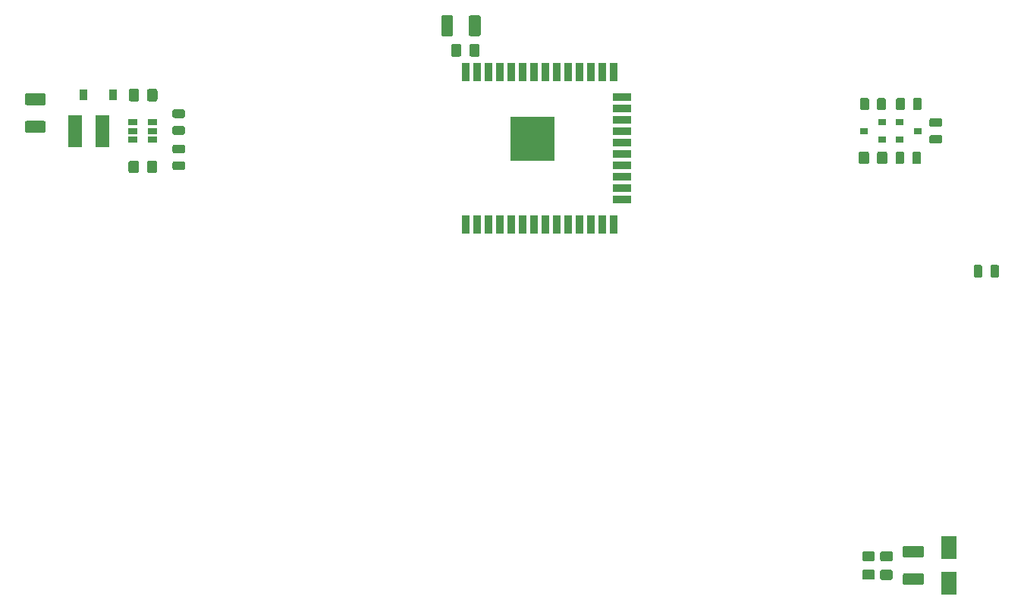
<source format=gbr>
G04 #@! TF.GenerationSoftware,KiCad,Pcbnew,5.1.5*
G04 #@! TF.CreationDate,2020-03-07T10:52:19+01:00*
G04 #@! TF.ProjectId,e-chessboard,652d6368-6573-4736-926f-6172642e6b69,0.2*
G04 #@! TF.SameCoordinates,Original*
G04 #@! TF.FileFunction,Paste,Bot*
G04 #@! TF.FilePolarity,Positive*
%FSLAX46Y46*%
G04 Gerber Fmt 4.6, Leading zero omitted, Abs format (unit mm)*
G04 Created by KiCad (PCBNEW 5.1.5) date 2020-03-07 10:52:19*
%MOMM*%
%LPD*%
G04 APERTURE LIST*
%ADD10C,0.100000*%
%ADD11R,1.800000X2.500000*%
%ADD12R,0.900000X1.200000*%
%ADD13R,1.500000X3.600000*%
%ADD14R,0.900000X0.800000*%
%ADD15R,5.000000X5.000000*%
%ADD16R,0.900000X2.000000*%
%ADD17R,2.000000X0.900000*%
%ADD18R,1.060000X0.650000*%
G04 APERTURE END LIST*
D10*
G36*
X188449505Y-156301204D02*
G01*
X188473773Y-156304804D01*
X188497572Y-156310765D01*
X188520671Y-156319030D01*
X188542850Y-156329520D01*
X188563893Y-156342132D01*
X188583599Y-156356747D01*
X188601777Y-156373223D01*
X188618253Y-156391401D01*
X188632868Y-156411107D01*
X188645480Y-156432150D01*
X188655970Y-156454329D01*
X188664235Y-156477428D01*
X188670196Y-156501227D01*
X188673796Y-156525495D01*
X188675000Y-156549999D01*
X188675000Y-157375001D01*
X188673796Y-157399505D01*
X188670196Y-157423773D01*
X188664235Y-157447572D01*
X188655970Y-157470671D01*
X188645480Y-157492850D01*
X188632868Y-157513893D01*
X188618253Y-157533599D01*
X188601777Y-157551777D01*
X188583599Y-157568253D01*
X188563893Y-157582868D01*
X188542850Y-157595480D01*
X188520671Y-157605970D01*
X188497572Y-157614235D01*
X188473773Y-157620196D01*
X188449505Y-157623796D01*
X188425001Y-157625000D01*
X186574999Y-157625000D01*
X186550495Y-157623796D01*
X186526227Y-157620196D01*
X186502428Y-157614235D01*
X186479329Y-157605970D01*
X186457150Y-157595480D01*
X186436107Y-157582868D01*
X186416401Y-157568253D01*
X186398223Y-157551777D01*
X186381747Y-157533599D01*
X186367132Y-157513893D01*
X186354520Y-157492850D01*
X186344030Y-157470671D01*
X186335765Y-157447572D01*
X186329804Y-157423773D01*
X186326204Y-157399505D01*
X186325000Y-157375001D01*
X186325000Y-156549999D01*
X186326204Y-156525495D01*
X186329804Y-156501227D01*
X186335765Y-156477428D01*
X186344030Y-156454329D01*
X186354520Y-156432150D01*
X186367132Y-156411107D01*
X186381747Y-156391401D01*
X186398223Y-156373223D01*
X186416401Y-156356747D01*
X186436107Y-156342132D01*
X186457150Y-156329520D01*
X186479329Y-156319030D01*
X186502428Y-156310765D01*
X186526227Y-156304804D01*
X186550495Y-156301204D01*
X186574999Y-156300000D01*
X188425001Y-156300000D01*
X188449505Y-156301204D01*
G37*
G36*
X188449505Y-159376204D02*
G01*
X188473773Y-159379804D01*
X188497572Y-159385765D01*
X188520671Y-159394030D01*
X188542850Y-159404520D01*
X188563893Y-159417132D01*
X188583599Y-159431747D01*
X188601777Y-159448223D01*
X188618253Y-159466401D01*
X188632868Y-159486107D01*
X188645480Y-159507150D01*
X188655970Y-159529329D01*
X188664235Y-159552428D01*
X188670196Y-159576227D01*
X188673796Y-159600495D01*
X188675000Y-159624999D01*
X188675000Y-160450001D01*
X188673796Y-160474505D01*
X188670196Y-160498773D01*
X188664235Y-160522572D01*
X188655970Y-160545671D01*
X188645480Y-160567850D01*
X188632868Y-160588893D01*
X188618253Y-160608599D01*
X188601777Y-160626777D01*
X188583599Y-160643253D01*
X188563893Y-160657868D01*
X188542850Y-160670480D01*
X188520671Y-160680970D01*
X188497572Y-160689235D01*
X188473773Y-160695196D01*
X188449505Y-160698796D01*
X188425001Y-160700000D01*
X186574999Y-160700000D01*
X186550495Y-160698796D01*
X186526227Y-160695196D01*
X186502428Y-160689235D01*
X186479329Y-160680970D01*
X186457150Y-160670480D01*
X186436107Y-160657868D01*
X186416401Y-160643253D01*
X186398223Y-160626777D01*
X186381747Y-160608599D01*
X186367132Y-160588893D01*
X186354520Y-160567850D01*
X186344030Y-160545671D01*
X186335765Y-160522572D01*
X186329804Y-160498773D01*
X186326204Y-160474505D01*
X186325000Y-160450001D01*
X186325000Y-159624999D01*
X186326204Y-159600495D01*
X186329804Y-159576227D01*
X186335765Y-159552428D01*
X186344030Y-159529329D01*
X186354520Y-159507150D01*
X186367132Y-159486107D01*
X186381747Y-159466401D01*
X186398223Y-159448223D01*
X186416401Y-159431747D01*
X186436107Y-159417132D01*
X186457150Y-159404520D01*
X186479329Y-159394030D01*
X186502428Y-159385765D01*
X186526227Y-159379804D01*
X186550495Y-159376204D01*
X186574999Y-159375000D01*
X188425001Y-159375000D01*
X188449505Y-159376204D01*
G37*
G36*
X184974505Y-156926204D02*
G01*
X184998773Y-156929804D01*
X185022572Y-156935765D01*
X185045671Y-156944030D01*
X185067850Y-156954520D01*
X185088893Y-156967132D01*
X185108599Y-156981747D01*
X185126777Y-156998223D01*
X185143253Y-157016401D01*
X185157868Y-157036107D01*
X185170480Y-157057150D01*
X185180970Y-157079329D01*
X185189235Y-157102428D01*
X185195196Y-157126227D01*
X185198796Y-157150495D01*
X185200000Y-157174999D01*
X185200000Y-157825001D01*
X185198796Y-157849505D01*
X185195196Y-157873773D01*
X185189235Y-157897572D01*
X185180970Y-157920671D01*
X185170480Y-157942850D01*
X185157868Y-157963893D01*
X185143253Y-157983599D01*
X185126777Y-158001777D01*
X185108599Y-158018253D01*
X185088893Y-158032868D01*
X185067850Y-158045480D01*
X185045671Y-158055970D01*
X185022572Y-158064235D01*
X184998773Y-158070196D01*
X184974505Y-158073796D01*
X184950001Y-158075000D01*
X184049999Y-158075000D01*
X184025495Y-158073796D01*
X184001227Y-158070196D01*
X183977428Y-158064235D01*
X183954329Y-158055970D01*
X183932150Y-158045480D01*
X183911107Y-158032868D01*
X183891401Y-158018253D01*
X183873223Y-158001777D01*
X183856747Y-157983599D01*
X183842132Y-157963893D01*
X183829520Y-157942850D01*
X183819030Y-157920671D01*
X183810765Y-157897572D01*
X183804804Y-157873773D01*
X183801204Y-157849505D01*
X183800000Y-157825001D01*
X183800000Y-157174999D01*
X183801204Y-157150495D01*
X183804804Y-157126227D01*
X183810765Y-157102428D01*
X183819030Y-157079329D01*
X183829520Y-157057150D01*
X183842132Y-157036107D01*
X183856747Y-157016401D01*
X183873223Y-156998223D01*
X183891401Y-156981747D01*
X183911107Y-156967132D01*
X183932150Y-156954520D01*
X183954329Y-156944030D01*
X183977428Y-156935765D01*
X184001227Y-156929804D01*
X184025495Y-156926204D01*
X184049999Y-156925000D01*
X184950001Y-156925000D01*
X184974505Y-156926204D01*
G37*
G36*
X184974505Y-158976204D02*
G01*
X184998773Y-158979804D01*
X185022572Y-158985765D01*
X185045671Y-158994030D01*
X185067850Y-159004520D01*
X185088893Y-159017132D01*
X185108599Y-159031747D01*
X185126777Y-159048223D01*
X185143253Y-159066401D01*
X185157868Y-159086107D01*
X185170480Y-159107150D01*
X185180970Y-159129329D01*
X185189235Y-159152428D01*
X185195196Y-159176227D01*
X185198796Y-159200495D01*
X185200000Y-159224999D01*
X185200000Y-159875001D01*
X185198796Y-159899505D01*
X185195196Y-159923773D01*
X185189235Y-159947572D01*
X185180970Y-159970671D01*
X185170480Y-159992850D01*
X185157868Y-160013893D01*
X185143253Y-160033599D01*
X185126777Y-160051777D01*
X185108599Y-160068253D01*
X185088893Y-160082868D01*
X185067850Y-160095480D01*
X185045671Y-160105970D01*
X185022572Y-160114235D01*
X184998773Y-160120196D01*
X184974505Y-160123796D01*
X184950001Y-160125000D01*
X184049999Y-160125000D01*
X184025495Y-160123796D01*
X184001227Y-160120196D01*
X183977428Y-160114235D01*
X183954329Y-160105970D01*
X183932150Y-160095480D01*
X183911107Y-160082868D01*
X183891401Y-160068253D01*
X183873223Y-160051777D01*
X183856747Y-160033599D01*
X183842132Y-160013893D01*
X183829520Y-159992850D01*
X183819030Y-159970671D01*
X183810765Y-159947572D01*
X183804804Y-159923773D01*
X183801204Y-159899505D01*
X183800000Y-159875001D01*
X183800000Y-159224999D01*
X183801204Y-159200495D01*
X183804804Y-159176227D01*
X183810765Y-159152428D01*
X183819030Y-159129329D01*
X183829520Y-159107150D01*
X183842132Y-159086107D01*
X183856747Y-159066401D01*
X183873223Y-159048223D01*
X183891401Y-159031747D01*
X183911107Y-159017132D01*
X183932150Y-159004520D01*
X183954329Y-158994030D01*
X183977428Y-158985765D01*
X184001227Y-158979804D01*
X184025495Y-158976204D01*
X184049999Y-158975000D01*
X184950001Y-158975000D01*
X184974505Y-158976204D01*
G37*
G36*
X138974505Y-97076204D02*
G01*
X138998773Y-97079804D01*
X139022572Y-97085765D01*
X139045671Y-97094030D01*
X139067850Y-97104520D01*
X139088893Y-97117132D01*
X139108599Y-97131747D01*
X139126777Y-97148223D01*
X139143253Y-97166401D01*
X139157868Y-97186107D01*
X139170480Y-97207150D01*
X139180970Y-97229329D01*
X139189235Y-97252428D01*
X139195196Y-97276227D01*
X139198796Y-97300495D01*
X139200000Y-97324999D01*
X139200000Y-99175001D01*
X139198796Y-99199505D01*
X139195196Y-99223773D01*
X139189235Y-99247572D01*
X139180970Y-99270671D01*
X139170480Y-99292850D01*
X139157868Y-99313893D01*
X139143253Y-99333599D01*
X139126777Y-99351777D01*
X139108599Y-99368253D01*
X139088893Y-99382868D01*
X139067850Y-99395480D01*
X139045671Y-99405970D01*
X139022572Y-99414235D01*
X138998773Y-99420196D01*
X138974505Y-99423796D01*
X138950001Y-99425000D01*
X138124999Y-99425000D01*
X138100495Y-99423796D01*
X138076227Y-99420196D01*
X138052428Y-99414235D01*
X138029329Y-99405970D01*
X138007150Y-99395480D01*
X137986107Y-99382868D01*
X137966401Y-99368253D01*
X137948223Y-99351777D01*
X137931747Y-99333599D01*
X137917132Y-99313893D01*
X137904520Y-99292850D01*
X137894030Y-99270671D01*
X137885765Y-99247572D01*
X137879804Y-99223773D01*
X137876204Y-99199505D01*
X137875000Y-99175001D01*
X137875000Y-97324999D01*
X137876204Y-97300495D01*
X137879804Y-97276227D01*
X137885765Y-97252428D01*
X137894030Y-97229329D01*
X137904520Y-97207150D01*
X137917132Y-97186107D01*
X137931747Y-97166401D01*
X137948223Y-97148223D01*
X137966401Y-97131747D01*
X137986107Y-97117132D01*
X138007150Y-97104520D01*
X138029329Y-97094030D01*
X138052428Y-97085765D01*
X138076227Y-97079804D01*
X138100495Y-97076204D01*
X138124999Y-97075000D01*
X138950001Y-97075000D01*
X138974505Y-97076204D01*
G37*
G36*
X135899505Y-97076204D02*
G01*
X135923773Y-97079804D01*
X135947572Y-97085765D01*
X135970671Y-97094030D01*
X135992850Y-97104520D01*
X136013893Y-97117132D01*
X136033599Y-97131747D01*
X136051777Y-97148223D01*
X136068253Y-97166401D01*
X136082868Y-97186107D01*
X136095480Y-97207150D01*
X136105970Y-97229329D01*
X136114235Y-97252428D01*
X136120196Y-97276227D01*
X136123796Y-97300495D01*
X136125000Y-97324999D01*
X136125000Y-99175001D01*
X136123796Y-99199505D01*
X136120196Y-99223773D01*
X136114235Y-99247572D01*
X136105970Y-99270671D01*
X136095480Y-99292850D01*
X136082868Y-99313893D01*
X136068253Y-99333599D01*
X136051777Y-99351777D01*
X136033599Y-99368253D01*
X136013893Y-99382868D01*
X135992850Y-99395480D01*
X135970671Y-99405970D01*
X135947572Y-99414235D01*
X135923773Y-99420196D01*
X135899505Y-99423796D01*
X135875001Y-99425000D01*
X135049999Y-99425000D01*
X135025495Y-99423796D01*
X135001227Y-99420196D01*
X134977428Y-99414235D01*
X134954329Y-99405970D01*
X134932150Y-99395480D01*
X134911107Y-99382868D01*
X134891401Y-99368253D01*
X134873223Y-99351777D01*
X134856747Y-99333599D01*
X134842132Y-99313893D01*
X134829520Y-99292850D01*
X134819030Y-99270671D01*
X134810765Y-99247572D01*
X134804804Y-99223773D01*
X134801204Y-99199505D01*
X134800000Y-99175001D01*
X134800000Y-97324999D01*
X134801204Y-97300495D01*
X134804804Y-97276227D01*
X134810765Y-97252428D01*
X134819030Y-97229329D01*
X134829520Y-97207150D01*
X134842132Y-97186107D01*
X134856747Y-97166401D01*
X134873223Y-97148223D01*
X134891401Y-97131747D01*
X134911107Y-97117132D01*
X134932150Y-97104520D01*
X134954329Y-97094030D01*
X134977428Y-97085765D01*
X135001227Y-97079804D01*
X135025495Y-97076204D01*
X135049999Y-97075000D01*
X135875001Y-97075000D01*
X135899505Y-97076204D01*
G37*
G36*
X138874505Y-100301204D02*
G01*
X138898773Y-100304804D01*
X138922572Y-100310765D01*
X138945671Y-100319030D01*
X138967850Y-100329520D01*
X138988893Y-100342132D01*
X139008599Y-100356747D01*
X139026777Y-100373223D01*
X139043253Y-100391401D01*
X139057868Y-100411107D01*
X139070480Y-100432150D01*
X139080970Y-100454329D01*
X139089235Y-100477428D01*
X139095196Y-100501227D01*
X139098796Y-100525495D01*
X139100000Y-100549999D01*
X139100000Y-101450001D01*
X139098796Y-101474505D01*
X139095196Y-101498773D01*
X139089235Y-101522572D01*
X139080970Y-101545671D01*
X139070480Y-101567850D01*
X139057868Y-101588893D01*
X139043253Y-101608599D01*
X139026777Y-101626777D01*
X139008599Y-101643253D01*
X138988893Y-101657868D01*
X138967850Y-101670480D01*
X138945671Y-101680970D01*
X138922572Y-101689235D01*
X138898773Y-101695196D01*
X138874505Y-101698796D01*
X138850001Y-101700000D01*
X138199999Y-101700000D01*
X138175495Y-101698796D01*
X138151227Y-101695196D01*
X138127428Y-101689235D01*
X138104329Y-101680970D01*
X138082150Y-101670480D01*
X138061107Y-101657868D01*
X138041401Y-101643253D01*
X138023223Y-101626777D01*
X138006747Y-101608599D01*
X137992132Y-101588893D01*
X137979520Y-101567850D01*
X137969030Y-101545671D01*
X137960765Y-101522572D01*
X137954804Y-101498773D01*
X137951204Y-101474505D01*
X137950000Y-101450001D01*
X137950000Y-100549999D01*
X137951204Y-100525495D01*
X137954804Y-100501227D01*
X137960765Y-100477428D01*
X137969030Y-100454329D01*
X137979520Y-100432150D01*
X137992132Y-100411107D01*
X138006747Y-100391401D01*
X138023223Y-100373223D01*
X138041401Y-100356747D01*
X138061107Y-100342132D01*
X138082150Y-100329520D01*
X138104329Y-100319030D01*
X138127428Y-100310765D01*
X138151227Y-100304804D01*
X138175495Y-100301204D01*
X138199999Y-100300000D01*
X138850001Y-100300000D01*
X138874505Y-100301204D01*
G37*
G36*
X136824505Y-100301204D02*
G01*
X136848773Y-100304804D01*
X136872572Y-100310765D01*
X136895671Y-100319030D01*
X136917850Y-100329520D01*
X136938893Y-100342132D01*
X136958599Y-100356747D01*
X136976777Y-100373223D01*
X136993253Y-100391401D01*
X137007868Y-100411107D01*
X137020480Y-100432150D01*
X137030970Y-100454329D01*
X137039235Y-100477428D01*
X137045196Y-100501227D01*
X137048796Y-100525495D01*
X137050000Y-100549999D01*
X137050000Y-101450001D01*
X137048796Y-101474505D01*
X137045196Y-101498773D01*
X137039235Y-101522572D01*
X137030970Y-101545671D01*
X137020480Y-101567850D01*
X137007868Y-101588893D01*
X136993253Y-101608599D01*
X136976777Y-101626777D01*
X136958599Y-101643253D01*
X136938893Y-101657868D01*
X136917850Y-101670480D01*
X136895671Y-101680970D01*
X136872572Y-101689235D01*
X136848773Y-101695196D01*
X136824505Y-101698796D01*
X136800001Y-101700000D01*
X136149999Y-101700000D01*
X136125495Y-101698796D01*
X136101227Y-101695196D01*
X136077428Y-101689235D01*
X136054329Y-101680970D01*
X136032150Y-101670480D01*
X136011107Y-101657868D01*
X135991401Y-101643253D01*
X135973223Y-101626777D01*
X135956747Y-101608599D01*
X135942132Y-101588893D01*
X135929520Y-101567850D01*
X135919030Y-101545671D01*
X135910765Y-101522572D01*
X135904804Y-101498773D01*
X135901204Y-101474505D01*
X135900000Y-101450001D01*
X135900000Y-100549999D01*
X135901204Y-100525495D01*
X135904804Y-100501227D01*
X135910765Y-100477428D01*
X135919030Y-100454329D01*
X135929520Y-100432150D01*
X135942132Y-100411107D01*
X135956747Y-100391401D01*
X135973223Y-100373223D01*
X135991401Y-100356747D01*
X136011107Y-100342132D01*
X136032150Y-100329520D01*
X136054329Y-100319030D01*
X136077428Y-100310765D01*
X136101227Y-100304804D01*
X136125495Y-100301204D01*
X136149999Y-100300000D01*
X136800001Y-100300000D01*
X136824505Y-100301204D01*
G37*
G36*
X182974505Y-158951204D02*
G01*
X182998773Y-158954804D01*
X183022572Y-158960765D01*
X183045671Y-158969030D01*
X183067850Y-158979520D01*
X183088893Y-158992132D01*
X183108599Y-159006747D01*
X183126777Y-159023223D01*
X183143253Y-159041401D01*
X183157868Y-159061107D01*
X183170480Y-159082150D01*
X183180970Y-159104329D01*
X183189235Y-159127428D01*
X183195196Y-159151227D01*
X183198796Y-159175495D01*
X183200000Y-159199999D01*
X183200000Y-159850001D01*
X183198796Y-159874505D01*
X183195196Y-159898773D01*
X183189235Y-159922572D01*
X183180970Y-159945671D01*
X183170480Y-159967850D01*
X183157868Y-159988893D01*
X183143253Y-160008599D01*
X183126777Y-160026777D01*
X183108599Y-160043253D01*
X183088893Y-160057868D01*
X183067850Y-160070480D01*
X183045671Y-160080970D01*
X183022572Y-160089235D01*
X182998773Y-160095196D01*
X182974505Y-160098796D01*
X182950001Y-160100000D01*
X182049999Y-160100000D01*
X182025495Y-160098796D01*
X182001227Y-160095196D01*
X181977428Y-160089235D01*
X181954329Y-160080970D01*
X181932150Y-160070480D01*
X181911107Y-160057868D01*
X181891401Y-160043253D01*
X181873223Y-160026777D01*
X181856747Y-160008599D01*
X181842132Y-159988893D01*
X181829520Y-159967850D01*
X181819030Y-159945671D01*
X181810765Y-159922572D01*
X181804804Y-159898773D01*
X181801204Y-159874505D01*
X181800000Y-159850001D01*
X181800000Y-159199999D01*
X181801204Y-159175495D01*
X181804804Y-159151227D01*
X181810765Y-159127428D01*
X181819030Y-159104329D01*
X181829520Y-159082150D01*
X181842132Y-159061107D01*
X181856747Y-159041401D01*
X181873223Y-159023223D01*
X181891401Y-159006747D01*
X181911107Y-158992132D01*
X181932150Y-158979520D01*
X181954329Y-158969030D01*
X181977428Y-158960765D01*
X182001227Y-158954804D01*
X182025495Y-158951204D01*
X182049999Y-158950000D01*
X182950001Y-158950000D01*
X182974505Y-158951204D01*
G37*
G36*
X182974505Y-156901204D02*
G01*
X182998773Y-156904804D01*
X183022572Y-156910765D01*
X183045671Y-156919030D01*
X183067850Y-156929520D01*
X183088893Y-156942132D01*
X183108599Y-156956747D01*
X183126777Y-156973223D01*
X183143253Y-156991401D01*
X183157868Y-157011107D01*
X183170480Y-157032150D01*
X183180970Y-157054329D01*
X183189235Y-157077428D01*
X183195196Y-157101227D01*
X183198796Y-157125495D01*
X183200000Y-157149999D01*
X183200000Y-157800001D01*
X183198796Y-157824505D01*
X183195196Y-157848773D01*
X183189235Y-157872572D01*
X183180970Y-157895671D01*
X183170480Y-157917850D01*
X183157868Y-157938893D01*
X183143253Y-157958599D01*
X183126777Y-157976777D01*
X183108599Y-157993253D01*
X183088893Y-158007868D01*
X183067850Y-158020480D01*
X183045671Y-158030970D01*
X183022572Y-158039235D01*
X182998773Y-158045196D01*
X182974505Y-158048796D01*
X182950001Y-158050000D01*
X182049999Y-158050000D01*
X182025495Y-158048796D01*
X182001227Y-158045196D01*
X181977428Y-158039235D01*
X181954329Y-158030970D01*
X181932150Y-158020480D01*
X181911107Y-158007868D01*
X181891401Y-157993253D01*
X181873223Y-157976777D01*
X181856747Y-157958599D01*
X181842132Y-157938893D01*
X181829520Y-157917850D01*
X181819030Y-157895671D01*
X181810765Y-157872572D01*
X181804804Y-157848773D01*
X181801204Y-157824505D01*
X181800000Y-157800001D01*
X181800000Y-157149999D01*
X181801204Y-157125495D01*
X181804804Y-157101227D01*
X181810765Y-157077428D01*
X181819030Y-157054329D01*
X181829520Y-157032150D01*
X181842132Y-157011107D01*
X181856747Y-156991401D01*
X181873223Y-156973223D01*
X181891401Y-156956747D01*
X181911107Y-156942132D01*
X181932150Y-156929520D01*
X181954329Y-156919030D01*
X181977428Y-156910765D01*
X182001227Y-156904804D01*
X182025495Y-156901204D01*
X182049999Y-156900000D01*
X182950001Y-156900000D01*
X182974505Y-156901204D01*
G37*
G36*
X100824505Y-113301204D02*
G01*
X100848773Y-113304804D01*
X100872572Y-113310765D01*
X100895671Y-113319030D01*
X100917850Y-113329520D01*
X100938893Y-113342132D01*
X100958599Y-113356747D01*
X100976777Y-113373223D01*
X100993253Y-113391401D01*
X101007868Y-113411107D01*
X101020480Y-113432150D01*
X101030970Y-113454329D01*
X101039235Y-113477428D01*
X101045196Y-113501227D01*
X101048796Y-113525495D01*
X101050000Y-113549999D01*
X101050000Y-114450001D01*
X101048796Y-114474505D01*
X101045196Y-114498773D01*
X101039235Y-114522572D01*
X101030970Y-114545671D01*
X101020480Y-114567850D01*
X101007868Y-114588893D01*
X100993253Y-114608599D01*
X100976777Y-114626777D01*
X100958599Y-114643253D01*
X100938893Y-114657868D01*
X100917850Y-114670480D01*
X100895671Y-114680970D01*
X100872572Y-114689235D01*
X100848773Y-114695196D01*
X100824505Y-114698796D01*
X100800001Y-114700000D01*
X100149999Y-114700000D01*
X100125495Y-114698796D01*
X100101227Y-114695196D01*
X100077428Y-114689235D01*
X100054329Y-114680970D01*
X100032150Y-114670480D01*
X100011107Y-114657868D01*
X99991401Y-114643253D01*
X99973223Y-114626777D01*
X99956747Y-114608599D01*
X99942132Y-114588893D01*
X99929520Y-114567850D01*
X99919030Y-114545671D01*
X99910765Y-114522572D01*
X99904804Y-114498773D01*
X99901204Y-114474505D01*
X99900000Y-114450001D01*
X99900000Y-113549999D01*
X99901204Y-113525495D01*
X99904804Y-113501227D01*
X99910765Y-113477428D01*
X99919030Y-113454329D01*
X99929520Y-113432150D01*
X99942132Y-113411107D01*
X99956747Y-113391401D01*
X99973223Y-113373223D01*
X99991401Y-113356747D01*
X100011107Y-113342132D01*
X100032150Y-113329520D01*
X100054329Y-113319030D01*
X100077428Y-113310765D01*
X100101227Y-113304804D01*
X100125495Y-113301204D01*
X100149999Y-113300000D01*
X100800001Y-113300000D01*
X100824505Y-113301204D01*
G37*
G36*
X102874505Y-113301204D02*
G01*
X102898773Y-113304804D01*
X102922572Y-113310765D01*
X102945671Y-113319030D01*
X102967850Y-113329520D01*
X102988893Y-113342132D01*
X103008599Y-113356747D01*
X103026777Y-113373223D01*
X103043253Y-113391401D01*
X103057868Y-113411107D01*
X103070480Y-113432150D01*
X103080970Y-113454329D01*
X103089235Y-113477428D01*
X103095196Y-113501227D01*
X103098796Y-113525495D01*
X103100000Y-113549999D01*
X103100000Y-114450001D01*
X103098796Y-114474505D01*
X103095196Y-114498773D01*
X103089235Y-114522572D01*
X103080970Y-114545671D01*
X103070480Y-114567850D01*
X103057868Y-114588893D01*
X103043253Y-114608599D01*
X103026777Y-114626777D01*
X103008599Y-114643253D01*
X102988893Y-114657868D01*
X102967850Y-114670480D01*
X102945671Y-114680970D01*
X102922572Y-114689235D01*
X102898773Y-114695196D01*
X102874505Y-114698796D01*
X102850001Y-114700000D01*
X102199999Y-114700000D01*
X102175495Y-114698796D01*
X102151227Y-114695196D01*
X102127428Y-114689235D01*
X102104329Y-114680970D01*
X102082150Y-114670480D01*
X102061107Y-114657868D01*
X102041401Y-114643253D01*
X102023223Y-114626777D01*
X102006747Y-114608599D01*
X101992132Y-114588893D01*
X101979520Y-114567850D01*
X101969030Y-114545671D01*
X101960765Y-114522572D01*
X101954804Y-114498773D01*
X101951204Y-114474505D01*
X101950000Y-114450001D01*
X101950000Y-113549999D01*
X101951204Y-113525495D01*
X101954804Y-113501227D01*
X101960765Y-113477428D01*
X101969030Y-113454329D01*
X101979520Y-113432150D01*
X101992132Y-113411107D01*
X102006747Y-113391401D01*
X102023223Y-113373223D01*
X102041401Y-113356747D01*
X102061107Y-113342132D01*
X102082150Y-113329520D01*
X102104329Y-113319030D01*
X102127428Y-113310765D01*
X102151227Y-113304804D01*
X102175495Y-113301204D01*
X102199999Y-113300000D01*
X102850001Y-113300000D01*
X102874505Y-113301204D01*
G37*
G36*
X102899505Y-105301204D02*
G01*
X102923773Y-105304804D01*
X102947572Y-105310765D01*
X102970671Y-105319030D01*
X102992850Y-105329520D01*
X103013893Y-105342132D01*
X103033599Y-105356747D01*
X103051777Y-105373223D01*
X103068253Y-105391401D01*
X103082868Y-105411107D01*
X103095480Y-105432150D01*
X103105970Y-105454329D01*
X103114235Y-105477428D01*
X103120196Y-105501227D01*
X103123796Y-105525495D01*
X103125000Y-105549999D01*
X103125000Y-106450001D01*
X103123796Y-106474505D01*
X103120196Y-106498773D01*
X103114235Y-106522572D01*
X103105970Y-106545671D01*
X103095480Y-106567850D01*
X103082868Y-106588893D01*
X103068253Y-106608599D01*
X103051777Y-106626777D01*
X103033599Y-106643253D01*
X103013893Y-106657868D01*
X102992850Y-106670480D01*
X102970671Y-106680970D01*
X102947572Y-106689235D01*
X102923773Y-106695196D01*
X102899505Y-106698796D01*
X102875001Y-106700000D01*
X102224999Y-106700000D01*
X102200495Y-106698796D01*
X102176227Y-106695196D01*
X102152428Y-106689235D01*
X102129329Y-106680970D01*
X102107150Y-106670480D01*
X102086107Y-106657868D01*
X102066401Y-106643253D01*
X102048223Y-106626777D01*
X102031747Y-106608599D01*
X102017132Y-106588893D01*
X102004520Y-106567850D01*
X101994030Y-106545671D01*
X101985765Y-106522572D01*
X101979804Y-106498773D01*
X101976204Y-106474505D01*
X101975000Y-106450001D01*
X101975000Y-105549999D01*
X101976204Y-105525495D01*
X101979804Y-105501227D01*
X101985765Y-105477428D01*
X101994030Y-105454329D01*
X102004520Y-105432150D01*
X102017132Y-105411107D01*
X102031747Y-105391401D01*
X102048223Y-105373223D01*
X102066401Y-105356747D01*
X102086107Y-105342132D01*
X102107150Y-105329520D01*
X102129329Y-105319030D01*
X102152428Y-105310765D01*
X102176227Y-105304804D01*
X102200495Y-105301204D01*
X102224999Y-105300000D01*
X102875001Y-105300000D01*
X102899505Y-105301204D01*
G37*
G36*
X100849505Y-105301204D02*
G01*
X100873773Y-105304804D01*
X100897572Y-105310765D01*
X100920671Y-105319030D01*
X100942850Y-105329520D01*
X100963893Y-105342132D01*
X100983599Y-105356747D01*
X101001777Y-105373223D01*
X101018253Y-105391401D01*
X101032868Y-105411107D01*
X101045480Y-105432150D01*
X101055970Y-105454329D01*
X101064235Y-105477428D01*
X101070196Y-105501227D01*
X101073796Y-105525495D01*
X101075000Y-105549999D01*
X101075000Y-106450001D01*
X101073796Y-106474505D01*
X101070196Y-106498773D01*
X101064235Y-106522572D01*
X101055970Y-106545671D01*
X101045480Y-106567850D01*
X101032868Y-106588893D01*
X101018253Y-106608599D01*
X101001777Y-106626777D01*
X100983599Y-106643253D01*
X100963893Y-106657868D01*
X100942850Y-106670480D01*
X100920671Y-106680970D01*
X100897572Y-106689235D01*
X100873773Y-106695196D01*
X100849505Y-106698796D01*
X100825001Y-106700000D01*
X100174999Y-106700000D01*
X100150495Y-106698796D01*
X100126227Y-106695196D01*
X100102428Y-106689235D01*
X100079329Y-106680970D01*
X100057150Y-106670480D01*
X100036107Y-106657868D01*
X100016401Y-106643253D01*
X99998223Y-106626777D01*
X99981747Y-106608599D01*
X99967132Y-106588893D01*
X99954520Y-106567850D01*
X99944030Y-106545671D01*
X99935765Y-106522572D01*
X99929804Y-106498773D01*
X99926204Y-106474505D01*
X99925000Y-106450001D01*
X99925000Y-105549999D01*
X99926204Y-105525495D01*
X99929804Y-105501227D01*
X99935765Y-105477428D01*
X99944030Y-105454329D01*
X99954520Y-105432150D01*
X99967132Y-105411107D01*
X99981747Y-105391401D01*
X99998223Y-105373223D01*
X100016401Y-105356747D01*
X100036107Y-105342132D01*
X100057150Y-105329520D01*
X100079329Y-105319030D01*
X100102428Y-105310765D01*
X100126227Y-105304804D01*
X100150495Y-105301204D01*
X100174999Y-105300000D01*
X100825001Y-105300000D01*
X100849505Y-105301204D01*
G37*
G36*
X90449505Y-105801204D02*
G01*
X90473773Y-105804804D01*
X90497572Y-105810765D01*
X90520671Y-105819030D01*
X90542850Y-105829520D01*
X90563893Y-105842132D01*
X90583599Y-105856747D01*
X90601777Y-105873223D01*
X90618253Y-105891401D01*
X90632868Y-105911107D01*
X90645480Y-105932150D01*
X90655970Y-105954329D01*
X90664235Y-105977428D01*
X90670196Y-106001227D01*
X90673796Y-106025495D01*
X90675000Y-106049999D01*
X90675000Y-106875001D01*
X90673796Y-106899505D01*
X90670196Y-106923773D01*
X90664235Y-106947572D01*
X90655970Y-106970671D01*
X90645480Y-106992850D01*
X90632868Y-107013893D01*
X90618253Y-107033599D01*
X90601777Y-107051777D01*
X90583599Y-107068253D01*
X90563893Y-107082868D01*
X90542850Y-107095480D01*
X90520671Y-107105970D01*
X90497572Y-107114235D01*
X90473773Y-107120196D01*
X90449505Y-107123796D01*
X90425001Y-107125000D01*
X88574999Y-107125000D01*
X88550495Y-107123796D01*
X88526227Y-107120196D01*
X88502428Y-107114235D01*
X88479329Y-107105970D01*
X88457150Y-107095480D01*
X88436107Y-107082868D01*
X88416401Y-107068253D01*
X88398223Y-107051777D01*
X88381747Y-107033599D01*
X88367132Y-107013893D01*
X88354520Y-106992850D01*
X88344030Y-106970671D01*
X88335765Y-106947572D01*
X88329804Y-106923773D01*
X88326204Y-106899505D01*
X88325000Y-106875001D01*
X88325000Y-106049999D01*
X88326204Y-106025495D01*
X88329804Y-106001227D01*
X88335765Y-105977428D01*
X88344030Y-105954329D01*
X88354520Y-105932150D01*
X88367132Y-105911107D01*
X88381747Y-105891401D01*
X88398223Y-105873223D01*
X88416401Y-105856747D01*
X88436107Y-105842132D01*
X88457150Y-105829520D01*
X88479329Y-105819030D01*
X88502428Y-105810765D01*
X88526227Y-105804804D01*
X88550495Y-105801204D01*
X88574999Y-105800000D01*
X90425001Y-105800000D01*
X90449505Y-105801204D01*
G37*
G36*
X90449505Y-108876204D02*
G01*
X90473773Y-108879804D01*
X90497572Y-108885765D01*
X90520671Y-108894030D01*
X90542850Y-108904520D01*
X90563893Y-108917132D01*
X90583599Y-108931747D01*
X90601777Y-108948223D01*
X90618253Y-108966401D01*
X90632868Y-108986107D01*
X90645480Y-109007150D01*
X90655970Y-109029329D01*
X90664235Y-109052428D01*
X90670196Y-109076227D01*
X90673796Y-109100495D01*
X90675000Y-109124999D01*
X90675000Y-109950001D01*
X90673796Y-109974505D01*
X90670196Y-109998773D01*
X90664235Y-110022572D01*
X90655970Y-110045671D01*
X90645480Y-110067850D01*
X90632868Y-110088893D01*
X90618253Y-110108599D01*
X90601777Y-110126777D01*
X90583599Y-110143253D01*
X90563893Y-110157868D01*
X90542850Y-110170480D01*
X90520671Y-110180970D01*
X90497572Y-110189235D01*
X90473773Y-110195196D01*
X90449505Y-110198796D01*
X90425001Y-110200000D01*
X88574999Y-110200000D01*
X88550495Y-110198796D01*
X88526227Y-110195196D01*
X88502428Y-110189235D01*
X88479329Y-110180970D01*
X88457150Y-110170480D01*
X88436107Y-110157868D01*
X88416401Y-110143253D01*
X88398223Y-110126777D01*
X88381747Y-110108599D01*
X88367132Y-110088893D01*
X88354520Y-110067850D01*
X88344030Y-110045671D01*
X88335765Y-110022572D01*
X88329804Y-109998773D01*
X88326204Y-109974505D01*
X88325000Y-109950001D01*
X88325000Y-109124999D01*
X88326204Y-109100495D01*
X88329804Y-109076227D01*
X88335765Y-109052428D01*
X88344030Y-109029329D01*
X88354520Y-109007150D01*
X88367132Y-108986107D01*
X88381747Y-108966401D01*
X88398223Y-108948223D01*
X88416401Y-108931747D01*
X88436107Y-108917132D01*
X88457150Y-108904520D01*
X88479329Y-108894030D01*
X88502428Y-108885765D01*
X88526227Y-108879804D01*
X88550495Y-108876204D01*
X88574999Y-108875000D01*
X90425001Y-108875000D01*
X90449505Y-108876204D01*
G37*
G36*
X182324505Y-112301204D02*
G01*
X182348773Y-112304804D01*
X182372572Y-112310765D01*
X182395671Y-112319030D01*
X182417850Y-112329520D01*
X182438893Y-112342132D01*
X182458599Y-112356747D01*
X182476777Y-112373223D01*
X182493253Y-112391401D01*
X182507868Y-112411107D01*
X182520480Y-112432150D01*
X182530970Y-112454329D01*
X182539235Y-112477428D01*
X182545196Y-112501227D01*
X182548796Y-112525495D01*
X182550000Y-112549999D01*
X182550000Y-113450001D01*
X182548796Y-113474505D01*
X182545196Y-113498773D01*
X182539235Y-113522572D01*
X182530970Y-113545671D01*
X182520480Y-113567850D01*
X182507868Y-113588893D01*
X182493253Y-113608599D01*
X182476777Y-113626777D01*
X182458599Y-113643253D01*
X182438893Y-113657868D01*
X182417850Y-113670480D01*
X182395671Y-113680970D01*
X182372572Y-113689235D01*
X182348773Y-113695196D01*
X182324505Y-113698796D01*
X182300001Y-113700000D01*
X181649999Y-113700000D01*
X181625495Y-113698796D01*
X181601227Y-113695196D01*
X181577428Y-113689235D01*
X181554329Y-113680970D01*
X181532150Y-113670480D01*
X181511107Y-113657868D01*
X181491401Y-113643253D01*
X181473223Y-113626777D01*
X181456747Y-113608599D01*
X181442132Y-113588893D01*
X181429520Y-113567850D01*
X181419030Y-113545671D01*
X181410765Y-113522572D01*
X181404804Y-113498773D01*
X181401204Y-113474505D01*
X181400000Y-113450001D01*
X181400000Y-112549999D01*
X181401204Y-112525495D01*
X181404804Y-112501227D01*
X181410765Y-112477428D01*
X181419030Y-112454329D01*
X181429520Y-112432150D01*
X181442132Y-112411107D01*
X181456747Y-112391401D01*
X181473223Y-112373223D01*
X181491401Y-112356747D01*
X181511107Y-112342132D01*
X181532150Y-112329520D01*
X181554329Y-112319030D01*
X181577428Y-112310765D01*
X181601227Y-112304804D01*
X181625495Y-112301204D01*
X181649999Y-112300000D01*
X182300001Y-112300000D01*
X182324505Y-112301204D01*
G37*
G36*
X184374505Y-112301204D02*
G01*
X184398773Y-112304804D01*
X184422572Y-112310765D01*
X184445671Y-112319030D01*
X184467850Y-112329520D01*
X184488893Y-112342132D01*
X184508599Y-112356747D01*
X184526777Y-112373223D01*
X184543253Y-112391401D01*
X184557868Y-112411107D01*
X184570480Y-112432150D01*
X184580970Y-112454329D01*
X184589235Y-112477428D01*
X184595196Y-112501227D01*
X184598796Y-112525495D01*
X184600000Y-112549999D01*
X184600000Y-113450001D01*
X184598796Y-113474505D01*
X184595196Y-113498773D01*
X184589235Y-113522572D01*
X184580970Y-113545671D01*
X184570480Y-113567850D01*
X184557868Y-113588893D01*
X184543253Y-113608599D01*
X184526777Y-113626777D01*
X184508599Y-113643253D01*
X184488893Y-113657868D01*
X184467850Y-113670480D01*
X184445671Y-113680970D01*
X184422572Y-113689235D01*
X184398773Y-113695196D01*
X184374505Y-113698796D01*
X184350001Y-113700000D01*
X183699999Y-113700000D01*
X183675495Y-113698796D01*
X183651227Y-113695196D01*
X183627428Y-113689235D01*
X183604329Y-113680970D01*
X183582150Y-113670480D01*
X183561107Y-113657868D01*
X183541401Y-113643253D01*
X183523223Y-113626777D01*
X183506747Y-113608599D01*
X183492132Y-113588893D01*
X183479520Y-113567850D01*
X183469030Y-113545671D01*
X183460765Y-113522572D01*
X183454804Y-113498773D01*
X183451204Y-113474505D01*
X183450000Y-113450001D01*
X183450000Y-112549999D01*
X183451204Y-112525495D01*
X183454804Y-112501227D01*
X183460765Y-112477428D01*
X183469030Y-112454329D01*
X183479520Y-112432150D01*
X183492132Y-112411107D01*
X183506747Y-112391401D01*
X183523223Y-112373223D01*
X183541401Y-112356747D01*
X183561107Y-112342132D01*
X183582150Y-112329520D01*
X183604329Y-112319030D01*
X183627428Y-112310765D01*
X183651227Y-112304804D01*
X183675495Y-112301204D01*
X183699999Y-112300000D01*
X184350001Y-112300000D01*
X184374505Y-112301204D01*
G37*
D11*
X191500000Y-156500000D03*
X191500000Y-160500000D03*
D12*
X98150000Y-106000000D03*
X94850000Y-106000000D03*
D13*
X97025000Y-110000000D03*
X93975000Y-110000000D03*
D14*
X184000000Y-109050000D03*
X184000000Y-110950000D03*
X182000000Y-110000000D03*
X188000000Y-110000000D03*
X186000000Y-109050000D03*
X186000000Y-110950000D03*
D10*
G36*
X188205142Y-106301174D02*
G01*
X188228803Y-106304684D01*
X188252007Y-106310496D01*
X188274529Y-106318554D01*
X188296153Y-106328782D01*
X188316670Y-106341079D01*
X188335883Y-106355329D01*
X188353607Y-106371393D01*
X188369671Y-106389117D01*
X188383921Y-106408330D01*
X188396218Y-106428847D01*
X188406446Y-106450471D01*
X188414504Y-106472993D01*
X188420316Y-106496197D01*
X188423826Y-106519858D01*
X188425000Y-106543750D01*
X188425000Y-107456250D01*
X188423826Y-107480142D01*
X188420316Y-107503803D01*
X188414504Y-107527007D01*
X188406446Y-107549529D01*
X188396218Y-107571153D01*
X188383921Y-107591670D01*
X188369671Y-107610883D01*
X188353607Y-107628607D01*
X188335883Y-107644671D01*
X188316670Y-107658921D01*
X188296153Y-107671218D01*
X188274529Y-107681446D01*
X188252007Y-107689504D01*
X188228803Y-107695316D01*
X188205142Y-107698826D01*
X188181250Y-107700000D01*
X187693750Y-107700000D01*
X187669858Y-107698826D01*
X187646197Y-107695316D01*
X187622993Y-107689504D01*
X187600471Y-107681446D01*
X187578847Y-107671218D01*
X187558330Y-107658921D01*
X187539117Y-107644671D01*
X187521393Y-107628607D01*
X187505329Y-107610883D01*
X187491079Y-107591670D01*
X187478782Y-107571153D01*
X187468554Y-107549529D01*
X187460496Y-107527007D01*
X187454684Y-107503803D01*
X187451174Y-107480142D01*
X187450000Y-107456250D01*
X187450000Y-106543750D01*
X187451174Y-106519858D01*
X187454684Y-106496197D01*
X187460496Y-106472993D01*
X187468554Y-106450471D01*
X187478782Y-106428847D01*
X187491079Y-106408330D01*
X187505329Y-106389117D01*
X187521393Y-106371393D01*
X187539117Y-106355329D01*
X187558330Y-106341079D01*
X187578847Y-106328782D01*
X187600471Y-106318554D01*
X187622993Y-106310496D01*
X187646197Y-106304684D01*
X187669858Y-106301174D01*
X187693750Y-106300000D01*
X188181250Y-106300000D01*
X188205142Y-106301174D01*
G37*
G36*
X186330142Y-106301174D02*
G01*
X186353803Y-106304684D01*
X186377007Y-106310496D01*
X186399529Y-106318554D01*
X186421153Y-106328782D01*
X186441670Y-106341079D01*
X186460883Y-106355329D01*
X186478607Y-106371393D01*
X186494671Y-106389117D01*
X186508921Y-106408330D01*
X186521218Y-106428847D01*
X186531446Y-106450471D01*
X186539504Y-106472993D01*
X186545316Y-106496197D01*
X186548826Y-106519858D01*
X186550000Y-106543750D01*
X186550000Y-107456250D01*
X186548826Y-107480142D01*
X186545316Y-107503803D01*
X186539504Y-107527007D01*
X186531446Y-107549529D01*
X186521218Y-107571153D01*
X186508921Y-107591670D01*
X186494671Y-107610883D01*
X186478607Y-107628607D01*
X186460883Y-107644671D01*
X186441670Y-107658921D01*
X186421153Y-107671218D01*
X186399529Y-107681446D01*
X186377007Y-107689504D01*
X186353803Y-107695316D01*
X186330142Y-107698826D01*
X186306250Y-107700000D01*
X185818750Y-107700000D01*
X185794858Y-107698826D01*
X185771197Y-107695316D01*
X185747993Y-107689504D01*
X185725471Y-107681446D01*
X185703847Y-107671218D01*
X185683330Y-107658921D01*
X185664117Y-107644671D01*
X185646393Y-107628607D01*
X185630329Y-107610883D01*
X185616079Y-107591670D01*
X185603782Y-107571153D01*
X185593554Y-107549529D01*
X185585496Y-107527007D01*
X185579684Y-107503803D01*
X185576174Y-107480142D01*
X185575000Y-107456250D01*
X185575000Y-106543750D01*
X185576174Y-106519858D01*
X185579684Y-106496197D01*
X185585496Y-106472993D01*
X185593554Y-106450471D01*
X185603782Y-106428847D01*
X185616079Y-106408330D01*
X185630329Y-106389117D01*
X185646393Y-106371393D01*
X185664117Y-106355329D01*
X185683330Y-106341079D01*
X185703847Y-106328782D01*
X185725471Y-106318554D01*
X185747993Y-106310496D01*
X185771197Y-106304684D01*
X185794858Y-106301174D01*
X185818750Y-106300000D01*
X186306250Y-106300000D01*
X186330142Y-106301174D01*
G37*
G36*
X186267642Y-112301174D02*
G01*
X186291303Y-112304684D01*
X186314507Y-112310496D01*
X186337029Y-112318554D01*
X186358653Y-112328782D01*
X186379170Y-112341079D01*
X186398383Y-112355329D01*
X186416107Y-112371393D01*
X186432171Y-112389117D01*
X186446421Y-112408330D01*
X186458718Y-112428847D01*
X186468946Y-112450471D01*
X186477004Y-112472993D01*
X186482816Y-112496197D01*
X186486326Y-112519858D01*
X186487500Y-112543750D01*
X186487500Y-113456250D01*
X186486326Y-113480142D01*
X186482816Y-113503803D01*
X186477004Y-113527007D01*
X186468946Y-113549529D01*
X186458718Y-113571153D01*
X186446421Y-113591670D01*
X186432171Y-113610883D01*
X186416107Y-113628607D01*
X186398383Y-113644671D01*
X186379170Y-113658921D01*
X186358653Y-113671218D01*
X186337029Y-113681446D01*
X186314507Y-113689504D01*
X186291303Y-113695316D01*
X186267642Y-113698826D01*
X186243750Y-113700000D01*
X185756250Y-113700000D01*
X185732358Y-113698826D01*
X185708697Y-113695316D01*
X185685493Y-113689504D01*
X185662971Y-113681446D01*
X185641347Y-113671218D01*
X185620830Y-113658921D01*
X185601617Y-113644671D01*
X185583893Y-113628607D01*
X185567829Y-113610883D01*
X185553579Y-113591670D01*
X185541282Y-113571153D01*
X185531054Y-113549529D01*
X185522996Y-113527007D01*
X185517184Y-113503803D01*
X185513674Y-113480142D01*
X185512500Y-113456250D01*
X185512500Y-112543750D01*
X185513674Y-112519858D01*
X185517184Y-112496197D01*
X185522996Y-112472993D01*
X185531054Y-112450471D01*
X185541282Y-112428847D01*
X185553579Y-112408330D01*
X185567829Y-112389117D01*
X185583893Y-112371393D01*
X185601617Y-112355329D01*
X185620830Y-112341079D01*
X185641347Y-112328782D01*
X185662971Y-112318554D01*
X185685493Y-112310496D01*
X185708697Y-112304684D01*
X185732358Y-112301174D01*
X185756250Y-112300000D01*
X186243750Y-112300000D01*
X186267642Y-112301174D01*
G37*
G36*
X188142642Y-112301174D02*
G01*
X188166303Y-112304684D01*
X188189507Y-112310496D01*
X188212029Y-112318554D01*
X188233653Y-112328782D01*
X188254170Y-112341079D01*
X188273383Y-112355329D01*
X188291107Y-112371393D01*
X188307171Y-112389117D01*
X188321421Y-112408330D01*
X188333718Y-112428847D01*
X188343946Y-112450471D01*
X188352004Y-112472993D01*
X188357816Y-112496197D01*
X188361326Y-112519858D01*
X188362500Y-112543750D01*
X188362500Y-113456250D01*
X188361326Y-113480142D01*
X188357816Y-113503803D01*
X188352004Y-113527007D01*
X188343946Y-113549529D01*
X188333718Y-113571153D01*
X188321421Y-113591670D01*
X188307171Y-113610883D01*
X188291107Y-113628607D01*
X188273383Y-113644671D01*
X188254170Y-113658921D01*
X188233653Y-113671218D01*
X188212029Y-113681446D01*
X188189507Y-113689504D01*
X188166303Y-113695316D01*
X188142642Y-113698826D01*
X188118750Y-113700000D01*
X187631250Y-113700000D01*
X187607358Y-113698826D01*
X187583697Y-113695316D01*
X187560493Y-113689504D01*
X187537971Y-113681446D01*
X187516347Y-113671218D01*
X187495830Y-113658921D01*
X187476617Y-113644671D01*
X187458893Y-113628607D01*
X187442829Y-113610883D01*
X187428579Y-113591670D01*
X187416282Y-113571153D01*
X187406054Y-113549529D01*
X187397996Y-113527007D01*
X187392184Y-113503803D01*
X187388674Y-113480142D01*
X187387500Y-113456250D01*
X187387500Y-112543750D01*
X187388674Y-112519858D01*
X187392184Y-112496197D01*
X187397996Y-112472993D01*
X187406054Y-112450471D01*
X187416282Y-112428847D01*
X187428579Y-112408330D01*
X187442829Y-112389117D01*
X187458893Y-112371393D01*
X187476617Y-112355329D01*
X187495830Y-112341079D01*
X187516347Y-112328782D01*
X187537971Y-112318554D01*
X187560493Y-112310496D01*
X187583697Y-112304684D01*
X187607358Y-112301174D01*
X187631250Y-112300000D01*
X188118750Y-112300000D01*
X188142642Y-112301174D01*
G37*
G36*
X105980142Y-113388674D02*
G01*
X106003803Y-113392184D01*
X106027007Y-113397996D01*
X106049529Y-113406054D01*
X106071153Y-113416282D01*
X106091670Y-113428579D01*
X106110883Y-113442829D01*
X106128607Y-113458893D01*
X106144671Y-113476617D01*
X106158921Y-113495830D01*
X106171218Y-113516347D01*
X106181446Y-113537971D01*
X106189504Y-113560493D01*
X106195316Y-113583697D01*
X106198826Y-113607358D01*
X106200000Y-113631250D01*
X106200000Y-114118750D01*
X106198826Y-114142642D01*
X106195316Y-114166303D01*
X106189504Y-114189507D01*
X106181446Y-114212029D01*
X106171218Y-114233653D01*
X106158921Y-114254170D01*
X106144671Y-114273383D01*
X106128607Y-114291107D01*
X106110883Y-114307171D01*
X106091670Y-114321421D01*
X106071153Y-114333718D01*
X106049529Y-114343946D01*
X106027007Y-114352004D01*
X106003803Y-114357816D01*
X105980142Y-114361326D01*
X105956250Y-114362500D01*
X105043750Y-114362500D01*
X105019858Y-114361326D01*
X104996197Y-114357816D01*
X104972993Y-114352004D01*
X104950471Y-114343946D01*
X104928847Y-114333718D01*
X104908330Y-114321421D01*
X104889117Y-114307171D01*
X104871393Y-114291107D01*
X104855329Y-114273383D01*
X104841079Y-114254170D01*
X104828782Y-114233653D01*
X104818554Y-114212029D01*
X104810496Y-114189507D01*
X104804684Y-114166303D01*
X104801174Y-114142642D01*
X104800000Y-114118750D01*
X104800000Y-113631250D01*
X104801174Y-113607358D01*
X104804684Y-113583697D01*
X104810496Y-113560493D01*
X104818554Y-113537971D01*
X104828782Y-113516347D01*
X104841079Y-113495830D01*
X104855329Y-113476617D01*
X104871393Y-113458893D01*
X104889117Y-113442829D01*
X104908330Y-113428579D01*
X104928847Y-113416282D01*
X104950471Y-113406054D01*
X104972993Y-113397996D01*
X104996197Y-113392184D01*
X105019858Y-113388674D01*
X105043750Y-113387500D01*
X105956250Y-113387500D01*
X105980142Y-113388674D01*
G37*
G36*
X105980142Y-111513674D02*
G01*
X106003803Y-111517184D01*
X106027007Y-111522996D01*
X106049529Y-111531054D01*
X106071153Y-111541282D01*
X106091670Y-111553579D01*
X106110883Y-111567829D01*
X106128607Y-111583893D01*
X106144671Y-111601617D01*
X106158921Y-111620830D01*
X106171218Y-111641347D01*
X106181446Y-111662971D01*
X106189504Y-111685493D01*
X106195316Y-111708697D01*
X106198826Y-111732358D01*
X106200000Y-111756250D01*
X106200000Y-112243750D01*
X106198826Y-112267642D01*
X106195316Y-112291303D01*
X106189504Y-112314507D01*
X106181446Y-112337029D01*
X106171218Y-112358653D01*
X106158921Y-112379170D01*
X106144671Y-112398383D01*
X106128607Y-112416107D01*
X106110883Y-112432171D01*
X106091670Y-112446421D01*
X106071153Y-112458718D01*
X106049529Y-112468946D01*
X106027007Y-112477004D01*
X106003803Y-112482816D01*
X105980142Y-112486326D01*
X105956250Y-112487500D01*
X105043750Y-112487500D01*
X105019858Y-112486326D01*
X104996197Y-112482816D01*
X104972993Y-112477004D01*
X104950471Y-112468946D01*
X104928847Y-112458718D01*
X104908330Y-112446421D01*
X104889117Y-112432171D01*
X104871393Y-112416107D01*
X104855329Y-112398383D01*
X104841079Y-112379170D01*
X104828782Y-112358653D01*
X104818554Y-112337029D01*
X104810496Y-112314507D01*
X104804684Y-112291303D01*
X104801174Y-112267642D01*
X104800000Y-112243750D01*
X104800000Y-111756250D01*
X104801174Y-111732358D01*
X104804684Y-111708697D01*
X104810496Y-111685493D01*
X104818554Y-111662971D01*
X104828782Y-111641347D01*
X104841079Y-111620830D01*
X104855329Y-111601617D01*
X104871393Y-111583893D01*
X104889117Y-111567829D01*
X104908330Y-111553579D01*
X104928847Y-111541282D01*
X104950471Y-111531054D01*
X104972993Y-111522996D01*
X104996197Y-111517184D01*
X105019858Y-111513674D01*
X105043750Y-111512500D01*
X105956250Y-111512500D01*
X105980142Y-111513674D01*
G37*
G36*
X105980142Y-107576174D02*
G01*
X106003803Y-107579684D01*
X106027007Y-107585496D01*
X106049529Y-107593554D01*
X106071153Y-107603782D01*
X106091670Y-107616079D01*
X106110883Y-107630329D01*
X106128607Y-107646393D01*
X106144671Y-107664117D01*
X106158921Y-107683330D01*
X106171218Y-107703847D01*
X106181446Y-107725471D01*
X106189504Y-107747993D01*
X106195316Y-107771197D01*
X106198826Y-107794858D01*
X106200000Y-107818750D01*
X106200000Y-108306250D01*
X106198826Y-108330142D01*
X106195316Y-108353803D01*
X106189504Y-108377007D01*
X106181446Y-108399529D01*
X106171218Y-108421153D01*
X106158921Y-108441670D01*
X106144671Y-108460883D01*
X106128607Y-108478607D01*
X106110883Y-108494671D01*
X106091670Y-108508921D01*
X106071153Y-108521218D01*
X106049529Y-108531446D01*
X106027007Y-108539504D01*
X106003803Y-108545316D01*
X105980142Y-108548826D01*
X105956250Y-108550000D01*
X105043750Y-108550000D01*
X105019858Y-108548826D01*
X104996197Y-108545316D01*
X104972993Y-108539504D01*
X104950471Y-108531446D01*
X104928847Y-108521218D01*
X104908330Y-108508921D01*
X104889117Y-108494671D01*
X104871393Y-108478607D01*
X104855329Y-108460883D01*
X104841079Y-108441670D01*
X104828782Y-108421153D01*
X104818554Y-108399529D01*
X104810496Y-108377007D01*
X104804684Y-108353803D01*
X104801174Y-108330142D01*
X104800000Y-108306250D01*
X104800000Y-107818750D01*
X104801174Y-107794858D01*
X104804684Y-107771197D01*
X104810496Y-107747993D01*
X104818554Y-107725471D01*
X104828782Y-107703847D01*
X104841079Y-107683330D01*
X104855329Y-107664117D01*
X104871393Y-107646393D01*
X104889117Y-107630329D01*
X104908330Y-107616079D01*
X104928847Y-107603782D01*
X104950471Y-107593554D01*
X104972993Y-107585496D01*
X104996197Y-107579684D01*
X105019858Y-107576174D01*
X105043750Y-107575000D01*
X105956250Y-107575000D01*
X105980142Y-107576174D01*
G37*
G36*
X105980142Y-109451174D02*
G01*
X106003803Y-109454684D01*
X106027007Y-109460496D01*
X106049529Y-109468554D01*
X106071153Y-109478782D01*
X106091670Y-109491079D01*
X106110883Y-109505329D01*
X106128607Y-109521393D01*
X106144671Y-109539117D01*
X106158921Y-109558330D01*
X106171218Y-109578847D01*
X106181446Y-109600471D01*
X106189504Y-109622993D01*
X106195316Y-109646197D01*
X106198826Y-109669858D01*
X106200000Y-109693750D01*
X106200000Y-110181250D01*
X106198826Y-110205142D01*
X106195316Y-110228803D01*
X106189504Y-110252007D01*
X106181446Y-110274529D01*
X106171218Y-110296153D01*
X106158921Y-110316670D01*
X106144671Y-110335883D01*
X106128607Y-110353607D01*
X106110883Y-110369671D01*
X106091670Y-110383921D01*
X106071153Y-110396218D01*
X106049529Y-110406446D01*
X106027007Y-110414504D01*
X106003803Y-110420316D01*
X105980142Y-110423826D01*
X105956250Y-110425000D01*
X105043750Y-110425000D01*
X105019858Y-110423826D01*
X104996197Y-110420316D01*
X104972993Y-110414504D01*
X104950471Y-110406446D01*
X104928847Y-110396218D01*
X104908330Y-110383921D01*
X104889117Y-110369671D01*
X104871393Y-110353607D01*
X104855329Y-110335883D01*
X104841079Y-110316670D01*
X104828782Y-110296153D01*
X104818554Y-110274529D01*
X104810496Y-110252007D01*
X104804684Y-110228803D01*
X104801174Y-110205142D01*
X104800000Y-110181250D01*
X104800000Y-109693750D01*
X104801174Y-109669858D01*
X104804684Y-109646197D01*
X104810496Y-109622993D01*
X104818554Y-109600471D01*
X104828782Y-109578847D01*
X104841079Y-109558330D01*
X104855329Y-109539117D01*
X104871393Y-109521393D01*
X104889117Y-109505329D01*
X104908330Y-109491079D01*
X104928847Y-109478782D01*
X104950471Y-109468554D01*
X104972993Y-109460496D01*
X104996197Y-109454684D01*
X105019858Y-109451174D01*
X105043750Y-109450000D01*
X105956250Y-109450000D01*
X105980142Y-109451174D01*
G37*
G36*
X182330142Y-106301174D02*
G01*
X182353803Y-106304684D01*
X182377007Y-106310496D01*
X182399529Y-106318554D01*
X182421153Y-106328782D01*
X182441670Y-106341079D01*
X182460883Y-106355329D01*
X182478607Y-106371393D01*
X182494671Y-106389117D01*
X182508921Y-106408330D01*
X182521218Y-106428847D01*
X182531446Y-106450471D01*
X182539504Y-106472993D01*
X182545316Y-106496197D01*
X182548826Y-106519858D01*
X182550000Y-106543750D01*
X182550000Y-107456250D01*
X182548826Y-107480142D01*
X182545316Y-107503803D01*
X182539504Y-107527007D01*
X182531446Y-107549529D01*
X182521218Y-107571153D01*
X182508921Y-107591670D01*
X182494671Y-107610883D01*
X182478607Y-107628607D01*
X182460883Y-107644671D01*
X182441670Y-107658921D01*
X182421153Y-107671218D01*
X182399529Y-107681446D01*
X182377007Y-107689504D01*
X182353803Y-107695316D01*
X182330142Y-107698826D01*
X182306250Y-107700000D01*
X181818750Y-107700000D01*
X181794858Y-107698826D01*
X181771197Y-107695316D01*
X181747993Y-107689504D01*
X181725471Y-107681446D01*
X181703847Y-107671218D01*
X181683330Y-107658921D01*
X181664117Y-107644671D01*
X181646393Y-107628607D01*
X181630329Y-107610883D01*
X181616079Y-107591670D01*
X181603782Y-107571153D01*
X181593554Y-107549529D01*
X181585496Y-107527007D01*
X181579684Y-107503803D01*
X181576174Y-107480142D01*
X181575000Y-107456250D01*
X181575000Y-106543750D01*
X181576174Y-106519858D01*
X181579684Y-106496197D01*
X181585496Y-106472993D01*
X181593554Y-106450471D01*
X181603782Y-106428847D01*
X181616079Y-106408330D01*
X181630329Y-106389117D01*
X181646393Y-106371393D01*
X181664117Y-106355329D01*
X181683330Y-106341079D01*
X181703847Y-106328782D01*
X181725471Y-106318554D01*
X181747993Y-106310496D01*
X181771197Y-106304684D01*
X181794858Y-106301174D01*
X181818750Y-106300000D01*
X182306250Y-106300000D01*
X182330142Y-106301174D01*
G37*
G36*
X184205142Y-106301174D02*
G01*
X184228803Y-106304684D01*
X184252007Y-106310496D01*
X184274529Y-106318554D01*
X184296153Y-106328782D01*
X184316670Y-106341079D01*
X184335883Y-106355329D01*
X184353607Y-106371393D01*
X184369671Y-106389117D01*
X184383921Y-106408330D01*
X184396218Y-106428847D01*
X184406446Y-106450471D01*
X184414504Y-106472993D01*
X184420316Y-106496197D01*
X184423826Y-106519858D01*
X184425000Y-106543750D01*
X184425000Y-107456250D01*
X184423826Y-107480142D01*
X184420316Y-107503803D01*
X184414504Y-107527007D01*
X184406446Y-107549529D01*
X184396218Y-107571153D01*
X184383921Y-107591670D01*
X184369671Y-107610883D01*
X184353607Y-107628607D01*
X184335883Y-107644671D01*
X184316670Y-107658921D01*
X184296153Y-107671218D01*
X184274529Y-107681446D01*
X184252007Y-107689504D01*
X184228803Y-107695316D01*
X184205142Y-107698826D01*
X184181250Y-107700000D01*
X183693750Y-107700000D01*
X183669858Y-107698826D01*
X183646197Y-107695316D01*
X183622993Y-107689504D01*
X183600471Y-107681446D01*
X183578847Y-107671218D01*
X183558330Y-107658921D01*
X183539117Y-107644671D01*
X183521393Y-107628607D01*
X183505329Y-107610883D01*
X183491079Y-107591670D01*
X183478782Y-107571153D01*
X183468554Y-107549529D01*
X183460496Y-107527007D01*
X183454684Y-107503803D01*
X183451174Y-107480142D01*
X183450000Y-107456250D01*
X183450000Y-106543750D01*
X183451174Y-106519858D01*
X183454684Y-106496197D01*
X183460496Y-106472993D01*
X183468554Y-106450471D01*
X183478782Y-106428847D01*
X183491079Y-106408330D01*
X183505329Y-106389117D01*
X183521393Y-106371393D01*
X183539117Y-106355329D01*
X183558330Y-106341079D01*
X183578847Y-106328782D01*
X183600471Y-106318554D01*
X183622993Y-106310496D01*
X183646197Y-106304684D01*
X183669858Y-106301174D01*
X183693750Y-106300000D01*
X184181250Y-106300000D01*
X184205142Y-106301174D01*
G37*
G36*
X190480142Y-108576174D02*
G01*
X190503803Y-108579684D01*
X190527007Y-108585496D01*
X190549529Y-108593554D01*
X190571153Y-108603782D01*
X190591670Y-108616079D01*
X190610883Y-108630329D01*
X190628607Y-108646393D01*
X190644671Y-108664117D01*
X190658921Y-108683330D01*
X190671218Y-108703847D01*
X190681446Y-108725471D01*
X190689504Y-108747993D01*
X190695316Y-108771197D01*
X190698826Y-108794858D01*
X190700000Y-108818750D01*
X190700000Y-109306250D01*
X190698826Y-109330142D01*
X190695316Y-109353803D01*
X190689504Y-109377007D01*
X190681446Y-109399529D01*
X190671218Y-109421153D01*
X190658921Y-109441670D01*
X190644671Y-109460883D01*
X190628607Y-109478607D01*
X190610883Y-109494671D01*
X190591670Y-109508921D01*
X190571153Y-109521218D01*
X190549529Y-109531446D01*
X190527007Y-109539504D01*
X190503803Y-109545316D01*
X190480142Y-109548826D01*
X190456250Y-109550000D01*
X189543750Y-109550000D01*
X189519858Y-109548826D01*
X189496197Y-109545316D01*
X189472993Y-109539504D01*
X189450471Y-109531446D01*
X189428847Y-109521218D01*
X189408330Y-109508921D01*
X189389117Y-109494671D01*
X189371393Y-109478607D01*
X189355329Y-109460883D01*
X189341079Y-109441670D01*
X189328782Y-109421153D01*
X189318554Y-109399529D01*
X189310496Y-109377007D01*
X189304684Y-109353803D01*
X189301174Y-109330142D01*
X189300000Y-109306250D01*
X189300000Y-108818750D01*
X189301174Y-108794858D01*
X189304684Y-108771197D01*
X189310496Y-108747993D01*
X189318554Y-108725471D01*
X189328782Y-108703847D01*
X189341079Y-108683330D01*
X189355329Y-108664117D01*
X189371393Y-108646393D01*
X189389117Y-108630329D01*
X189408330Y-108616079D01*
X189428847Y-108603782D01*
X189450471Y-108593554D01*
X189472993Y-108585496D01*
X189496197Y-108579684D01*
X189519858Y-108576174D01*
X189543750Y-108575000D01*
X190456250Y-108575000D01*
X190480142Y-108576174D01*
G37*
G36*
X190480142Y-110451174D02*
G01*
X190503803Y-110454684D01*
X190527007Y-110460496D01*
X190549529Y-110468554D01*
X190571153Y-110478782D01*
X190591670Y-110491079D01*
X190610883Y-110505329D01*
X190628607Y-110521393D01*
X190644671Y-110539117D01*
X190658921Y-110558330D01*
X190671218Y-110578847D01*
X190681446Y-110600471D01*
X190689504Y-110622993D01*
X190695316Y-110646197D01*
X190698826Y-110669858D01*
X190700000Y-110693750D01*
X190700000Y-111181250D01*
X190698826Y-111205142D01*
X190695316Y-111228803D01*
X190689504Y-111252007D01*
X190681446Y-111274529D01*
X190671218Y-111296153D01*
X190658921Y-111316670D01*
X190644671Y-111335883D01*
X190628607Y-111353607D01*
X190610883Y-111369671D01*
X190591670Y-111383921D01*
X190571153Y-111396218D01*
X190549529Y-111406446D01*
X190527007Y-111414504D01*
X190503803Y-111420316D01*
X190480142Y-111423826D01*
X190456250Y-111425000D01*
X189543750Y-111425000D01*
X189519858Y-111423826D01*
X189496197Y-111420316D01*
X189472993Y-111414504D01*
X189450471Y-111406446D01*
X189428847Y-111396218D01*
X189408330Y-111383921D01*
X189389117Y-111369671D01*
X189371393Y-111353607D01*
X189355329Y-111335883D01*
X189341079Y-111316670D01*
X189328782Y-111296153D01*
X189318554Y-111274529D01*
X189310496Y-111252007D01*
X189304684Y-111228803D01*
X189301174Y-111205142D01*
X189300000Y-111181250D01*
X189300000Y-110693750D01*
X189301174Y-110669858D01*
X189304684Y-110646197D01*
X189310496Y-110622993D01*
X189318554Y-110600471D01*
X189328782Y-110578847D01*
X189341079Y-110558330D01*
X189355329Y-110539117D01*
X189371393Y-110521393D01*
X189389117Y-110505329D01*
X189408330Y-110491079D01*
X189428847Y-110478782D01*
X189450471Y-110468554D01*
X189472993Y-110460496D01*
X189496197Y-110454684D01*
X189519858Y-110451174D01*
X189543750Y-110450000D01*
X190456250Y-110450000D01*
X190480142Y-110451174D01*
G37*
D15*
X145000000Y-110905000D03*
D16*
X137500000Y-103405000D03*
X138770000Y-103405000D03*
X140040000Y-103405000D03*
X141310000Y-103405000D03*
X142580000Y-103405000D03*
X143850000Y-103405000D03*
X145120000Y-103405000D03*
X146390000Y-103405000D03*
X147660000Y-103405000D03*
X148930000Y-103405000D03*
X150200000Y-103405000D03*
X151470000Y-103405000D03*
X152740000Y-103405000D03*
X154010000Y-103405000D03*
D17*
X155010000Y-106190000D03*
X155010000Y-107460000D03*
X155010000Y-108730000D03*
X155010000Y-110000000D03*
X155010000Y-111270000D03*
X155010000Y-112540000D03*
X155010000Y-113810000D03*
X155010000Y-115080000D03*
X155010000Y-116350000D03*
X155010000Y-117620000D03*
D16*
X154010000Y-120405000D03*
X152740000Y-120405000D03*
X151470000Y-120405000D03*
X150200000Y-120405000D03*
X148930000Y-120405000D03*
X147660000Y-120405000D03*
X146390000Y-120405000D03*
X145120000Y-120405000D03*
X143850000Y-120405000D03*
X142580000Y-120405000D03*
X141310000Y-120405000D03*
X140040000Y-120405000D03*
X138770000Y-120405000D03*
X137500000Y-120405000D03*
D18*
X102600000Y-109050000D03*
X102600000Y-110000000D03*
X102600000Y-110950000D03*
X100400000Y-110950000D03*
X100400000Y-109050000D03*
X100400000Y-110000000D03*
D10*
G36*
X196855142Y-124951174D02*
G01*
X196878803Y-124954684D01*
X196902007Y-124960496D01*
X196924529Y-124968554D01*
X196946153Y-124978782D01*
X196966670Y-124991079D01*
X196985883Y-125005329D01*
X197003607Y-125021393D01*
X197019671Y-125039117D01*
X197033921Y-125058330D01*
X197046218Y-125078847D01*
X197056446Y-125100471D01*
X197064504Y-125122993D01*
X197070316Y-125146197D01*
X197073826Y-125169858D01*
X197075000Y-125193750D01*
X197075000Y-126106250D01*
X197073826Y-126130142D01*
X197070316Y-126153803D01*
X197064504Y-126177007D01*
X197056446Y-126199529D01*
X197046218Y-126221153D01*
X197033921Y-126241670D01*
X197019671Y-126260883D01*
X197003607Y-126278607D01*
X196985883Y-126294671D01*
X196966670Y-126308921D01*
X196946153Y-126321218D01*
X196924529Y-126331446D01*
X196902007Y-126339504D01*
X196878803Y-126345316D01*
X196855142Y-126348826D01*
X196831250Y-126350000D01*
X196343750Y-126350000D01*
X196319858Y-126348826D01*
X196296197Y-126345316D01*
X196272993Y-126339504D01*
X196250471Y-126331446D01*
X196228847Y-126321218D01*
X196208330Y-126308921D01*
X196189117Y-126294671D01*
X196171393Y-126278607D01*
X196155329Y-126260883D01*
X196141079Y-126241670D01*
X196128782Y-126221153D01*
X196118554Y-126199529D01*
X196110496Y-126177007D01*
X196104684Y-126153803D01*
X196101174Y-126130142D01*
X196100000Y-126106250D01*
X196100000Y-125193750D01*
X196101174Y-125169858D01*
X196104684Y-125146197D01*
X196110496Y-125122993D01*
X196118554Y-125100471D01*
X196128782Y-125078847D01*
X196141079Y-125058330D01*
X196155329Y-125039117D01*
X196171393Y-125021393D01*
X196189117Y-125005329D01*
X196208330Y-124991079D01*
X196228847Y-124978782D01*
X196250471Y-124968554D01*
X196272993Y-124960496D01*
X196296197Y-124954684D01*
X196319858Y-124951174D01*
X196343750Y-124950000D01*
X196831250Y-124950000D01*
X196855142Y-124951174D01*
G37*
G36*
X194980142Y-124951174D02*
G01*
X195003803Y-124954684D01*
X195027007Y-124960496D01*
X195049529Y-124968554D01*
X195071153Y-124978782D01*
X195091670Y-124991079D01*
X195110883Y-125005329D01*
X195128607Y-125021393D01*
X195144671Y-125039117D01*
X195158921Y-125058330D01*
X195171218Y-125078847D01*
X195181446Y-125100471D01*
X195189504Y-125122993D01*
X195195316Y-125146197D01*
X195198826Y-125169858D01*
X195200000Y-125193750D01*
X195200000Y-126106250D01*
X195198826Y-126130142D01*
X195195316Y-126153803D01*
X195189504Y-126177007D01*
X195181446Y-126199529D01*
X195171218Y-126221153D01*
X195158921Y-126241670D01*
X195144671Y-126260883D01*
X195128607Y-126278607D01*
X195110883Y-126294671D01*
X195091670Y-126308921D01*
X195071153Y-126321218D01*
X195049529Y-126331446D01*
X195027007Y-126339504D01*
X195003803Y-126345316D01*
X194980142Y-126348826D01*
X194956250Y-126350000D01*
X194468750Y-126350000D01*
X194444858Y-126348826D01*
X194421197Y-126345316D01*
X194397993Y-126339504D01*
X194375471Y-126331446D01*
X194353847Y-126321218D01*
X194333330Y-126308921D01*
X194314117Y-126294671D01*
X194296393Y-126278607D01*
X194280329Y-126260883D01*
X194266079Y-126241670D01*
X194253782Y-126221153D01*
X194243554Y-126199529D01*
X194235496Y-126177007D01*
X194229684Y-126153803D01*
X194226174Y-126130142D01*
X194225000Y-126106250D01*
X194225000Y-125193750D01*
X194226174Y-125169858D01*
X194229684Y-125146197D01*
X194235496Y-125122993D01*
X194243554Y-125100471D01*
X194253782Y-125078847D01*
X194266079Y-125058330D01*
X194280329Y-125039117D01*
X194296393Y-125021393D01*
X194314117Y-125005329D01*
X194333330Y-124991079D01*
X194353847Y-124978782D01*
X194375471Y-124968554D01*
X194397993Y-124960496D01*
X194421197Y-124954684D01*
X194444858Y-124951174D01*
X194468750Y-124950000D01*
X194956250Y-124950000D01*
X194980142Y-124951174D01*
G37*
M02*

</source>
